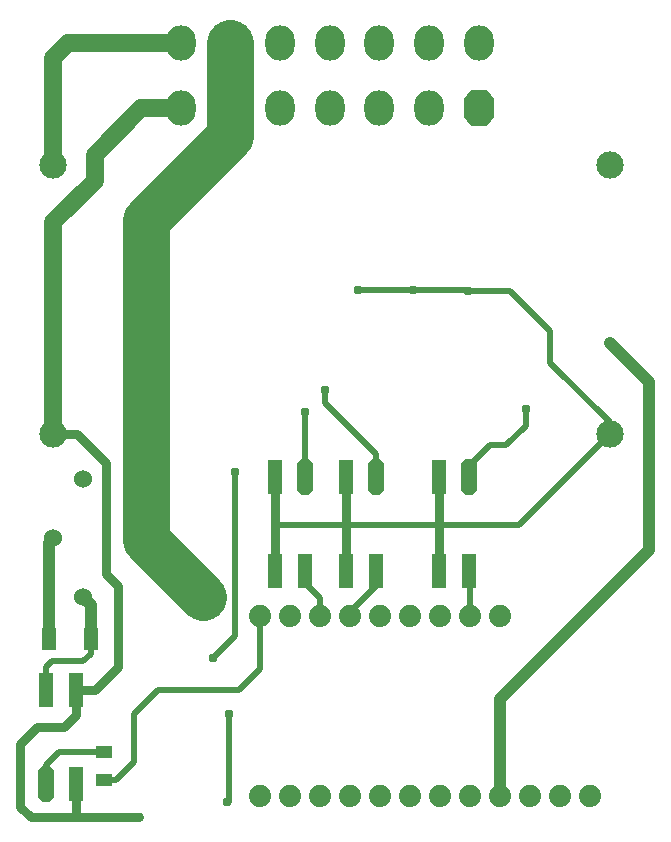
<source format=gtl>
%FSLAX23Y23*%
%MOIN*%
G70*
G01*
G75*
G04 Layer_Physical_Order=1*
G04 Layer_Color=255*
G04:AMPARAMS|DCode=10|XSize=51mil|YSize=118mil|CornerRadius=0mil|HoleSize=0mil|Usage=FLASHONLY|Rotation=0.000|XOffset=0mil|YOffset=0mil|HoleType=Round|Shape=Octagon|*
%AMOCTAGOND10*
4,1,8,-0.013,0.059,0.013,0.059,0.026,0.046,0.026,-0.046,0.013,-0.059,-0.013,-0.059,-0.026,-0.046,-0.026,0.046,-0.013,0.059,0.0*
%
%ADD10OCTAGOND10*%

%ADD11R,0.051X0.118*%
%ADD12R,0.051X0.073*%
%ADD13R,0.055X0.043*%
%ADD14C,0.059*%
%ADD15C,0.039*%
%ADD16C,0.020*%
%ADD17C,0.030*%
%ADD18C,0.020*%
%ADD19C,0.157*%
%ADD20C,0.010*%
%ADD21C,0.074*%
%ADD22O,0.098X0.118*%
G04:AMPARAMS|DCode=23|XSize=98mil|YSize=118mil|CornerRadius=0mil|HoleSize=0mil|Usage=FLASHONLY|Rotation=180.000|XOffset=0mil|YOffset=0mil|HoleType=Round|Shape=Octagon|*
%AMOCTAGOND23*
4,1,8,0.025,-0.059,-0.025,-0.059,-0.049,-0.034,-0.049,0.034,-0.025,0.059,0.025,0.059,0.049,0.034,0.049,-0.034,0.025,-0.059,0.0*
%
%ADD23OCTAGOND23*%

%ADD24C,0.091*%
%ADD25C,0.060*%
%ADD26C,0.031*%
%ADD27C,0.017*%
D10*
X170Y160D02*
D03*
X1580Y1185D02*
D03*
X1270D02*
D03*
X1035D02*
D03*
D11*
X270Y160D02*
D03*
Y475D02*
D03*
X170D02*
D03*
X1480Y1185D02*
D03*
Y870D02*
D03*
X1580D02*
D03*
X1170Y1185D02*
D03*
Y870D02*
D03*
X1270D02*
D03*
X1035D02*
D03*
X935D02*
D03*
Y1185D02*
D03*
D12*
X179Y645D02*
D03*
X320D02*
D03*
D13*
X365Y173D02*
D03*
X365Y267D02*
D03*
D14*
X488Y2413D02*
X620D01*
X332Y2257D02*
X488Y2413D01*
X332Y2172D02*
Y2257D01*
X195Y2580D02*
X245Y2630D01*
X195Y2225D02*
Y2580D01*
X245Y2630D02*
X620D01*
X195Y1327D02*
Y2035D01*
X332Y2172D01*
D15*
X2180Y1285D02*
Y1500D01*
X2049Y1631D02*
X2180Y1500D01*
X179Y645D02*
Y964D01*
X293Y783D02*
X320Y756D01*
Y645D02*
Y756D01*
X1685Y445D02*
X1718Y478D01*
X1685Y120D02*
Y445D01*
X1718Y478D02*
X2180Y940D01*
Y1285D01*
D16*
X190Y570D02*
X295D01*
X320Y595D01*
Y645D01*
X170Y550D02*
X190Y570D01*
X170Y475D02*
Y550D01*
D17*
X370Y860D02*
X410Y820D01*
X370Y860D02*
Y1230D01*
X273Y1327D02*
X370Y1230D01*
X195Y1327D02*
X273D01*
X270Y50D02*
Y160D01*
X85Y85D02*
X120Y50D01*
X85Y85D02*
Y295D01*
X140Y350D01*
X230D01*
X270Y390D01*
Y475D01*
X335D01*
X410Y550D01*
Y820D01*
X1170Y870D02*
Y1025D01*
Y1185D01*
X1480Y870D02*
Y1025D01*
Y1185D01*
X935Y860D02*
Y870D01*
Y1025D01*
Y1175D01*
X120Y50D02*
X480D01*
D18*
X170Y160D02*
Y225D01*
X212Y267D01*
X365D01*
X365Y173D02*
X403D01*
X465Y235D01*
Y395D01*
X545Y475D01*
X815D01*
X885Y545D01*
Y720D01*
X727Y582D02*
X800Y655D01*
Y1200D01*
X780Y100D02*
Y395D01*
X1035Y1185D02*
Y1400D01*
X1270Y820D02*
Y870D01*
X1185Y735D02*
X1270Y820D01*
X1185Y720D02*
Y735D01*
X1035Y830D02*
Y870D01*
Y830D02*
X1085Y780D01*
Y720D02*
Y780D01*
X1580Y1185D02*
Y1220D01*
X1650Y1290D01*
X1705D01*
X1770Y1355D01*
Y1410D01*
X1585Y720D02*
Y865D01*
X1211Y1809D02*
X1393D01*
X1576Y1804D02*
X1716D01*
X1850Y1670D01*
Y1565D02*
Y1670D01*
Y1565D02*
X2049Y1366D01*
Y1327D02*
Y1366D01*
X1747Y1025D02*
X2049Y1327D01*
X935Y1025D02*
X1170D01*
X1480D01*
X1747D01*
X1393Y1808D02*
X1576D01*
X1100Y1430D02*
Y1475D01*
Y1430D02*
X1270Y1260D01*
Y1185D02*
Y1260D01*
D19*
X505Y973D02*
X695Y783D01*
X785Y2413D02*
Y2630D01*
X505Y973D02*
Y2040D01*
X785Y2320D01*
Y2413D01*
D20*
X775Y100D02*
X780D01*
D21*
X885Y120D02*
D03*
X985D02*
D03*
X1085D02*
D03*
X1185D02*
D03*
X1285D02*
D03*
X1385D02*
D03*
X1485D02*
D03*
X1585D02*
D03*
X1685D02*
D03*
X1785D02*
D03*
X1885D02*
D03*
X1985D02*
D03*
X1685Y720D02*
D03*
X1585D02*
D03*
X1485D02*
D03*
X1385D02*
D03*
X1285D02*
D03*
X1185D02*
D03*
X1085D02*
D03*
X985D02*
D03*
X885D02*
D03*
D22*
X620Y2630D02*
D03*
Y2413D02*
D03*
X785Y2630D02*
D03*
Y2413D02*
D03*
X951Y2630D02*
D03*
Y2413D02*
D03*
X1116Y2630D02*
D03*
Y2413D02*
D03*
X1281Y2630D02*
D03*
Y2413D02*
D03*
X1447Y2630D02*
D03*
Y2413D02*
D03*
X1612Y2630D02*
D03*
D23*
Y2413D02*
D03*
D24*
X2049Y2225D02*
D03*
Y1327D02*
D03*
X195D02*
D03*
Y2225D02*
D03*
D25*
Y980D02*
D03*
X293Y1177D02*
D03*
Y783D02*
D03*
X695D02*
D03*
D26*
X2049Y1631D02*
D03*
X727Y582D02*
D03*
X800Y1200D02*
D03*
X775Y100D02*
D03*
X780Y395D02*
D03*
X1035Y1400D02*
D03*
X1770Y1410D02*
D03*
X1100Y1475D02*
D03*
X1211Y1809D02*
D03*
X1393Y1808D02*
D03*
X1576Y1804D02*
D03*
X480Y50D02*
D03*
D27*
X1718Y478D02*
D03*
M02*

</source>
